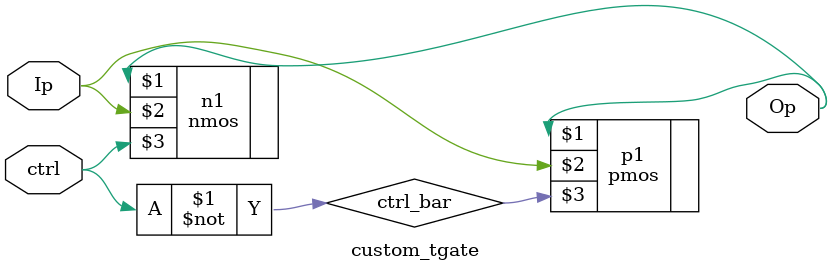
<source format=sv>
/*
====================================================================================================
   Transmission gate logic circuit based bi-directional shifter 
   Author:      Avinash Eega
   Date:        04/17/2022
   Description: A module acts as a base that is similar to mux logic with "n" inputs and outputs. 
                Uses this module to construct a shifter with any number of inputs.
                All the inputs and outputs are one-hot encoded

====================================================================================================
*/

module custom_tgate(Op,ctrl,Ip);
	output Op;
	input Ip, ctrl;
	
	wire ctrl_bar;
	
	assign ctrl_bar = ~ctrl;
	
	nmos n1(Op,Ip,ctrl);
	pmos p1(Op,Ip,ctrl_bar);
	//cmos c1(Op,Ip,ctrl,ctrl_bar);
	
endmodule

</source>
